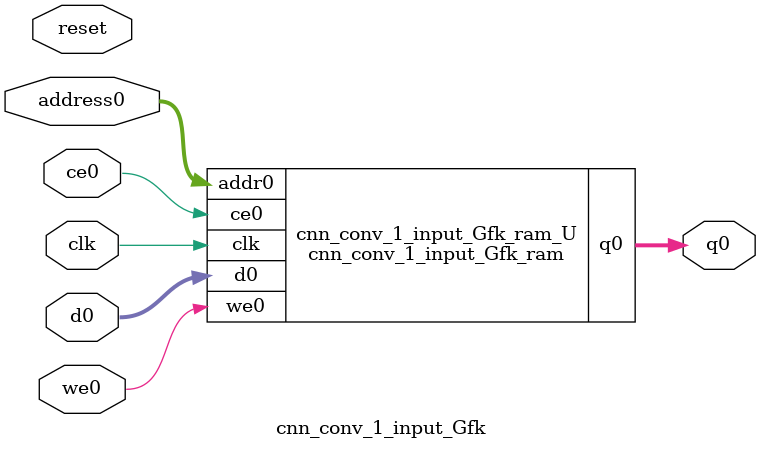
<source format=v>
`timescale 1 ns / 1 ps
module cnn_conv_1_input_Gfk_ram (addr0, ce0, d0, we0, q0,  clk);

parameter DWIDTH = 14;
parameter AWIDTH = 7;
parameter MEM_SIZE = 100;

input[AWIDTH-1:0] addr0;
input ce0;
input[DWIDTH-1:0] d0;
input we0;
output reg[DWIDTH-1:0] q0;
input clk;

(* ram_style = "block" *)reg [DWIDTH-1:0] ram[0:MEM_SIZE-1];




always @(posedge clk)  
begin 
    if (ce0) 
    begin
        if (we0) 
        begin 
            ram[addr0] <= d0; 
        end 
        q0 <= ram[addr0];
    end
end


endmodule

`timescale 1 ns / 1 ps
module cnn_conv_1_input_Gfk(
    reset,
    clk,
    address0,
    ce0,
    we0,
    d0,
    q0);

parameter DataWidth = 32'd14;
parameter AddressRange = 32'd100;
parameter AddressWidth = 32'd7;
input reset;
input clk;
input[AddressWidth - 1:0] address0;
input ce0;
input we0;
input[DataWidth - 1:0] d0;
output[DataWidth - 1:0] q0;



cnn_conv_1_input_Gfk_ram cnn_conv_1_input_Gfk_ram_U(
    .clk( clk ),
    .addr0( address0 ),
    .ce0( ce0 ),
    .we0( we0 ),
    .d0( d0 ),
    .q0( q0 ));

endmodule


</source>
